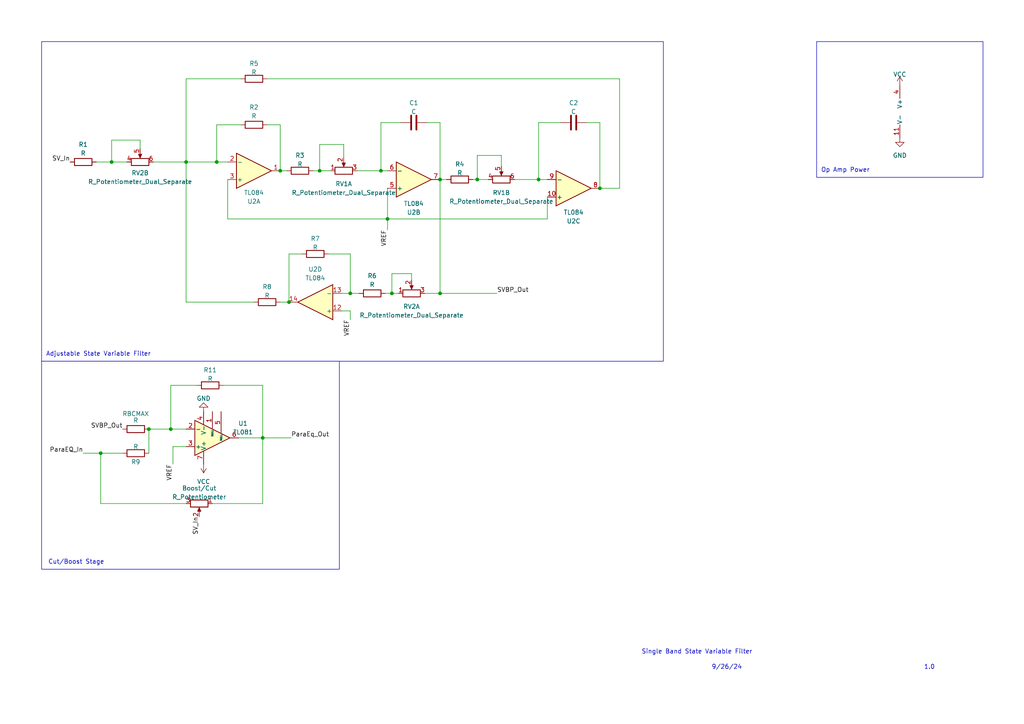
<source format=kicad_sch>
(kicad_sch (version 20230121) (generator eeschema)
  (paper "A4")
  (lib_symbols
    (symbol "Amplifier_Operational:TL081" (pin_names (offset 0.127))
      (property "Reference" "U" (at 0 6.35 0))
      (property "Value" "TL081" (at 0 3.81 0))
      (symbol "TL081_0_1"
        (polyline (pts (xy -5.08 5.08) (xy 5.08 0) (xy -5.08 -5.08) (xy -5.08 5.08)) (stroke (width 0.254)) (fill (type background)))
      )
      (symbol "TL081_1_1"
        (pin input line (at 0 -7.62 90) (length 5.08) (name "NULL") (number "1"))
        (pin input line (at -7.62 -2.54 0) (length 2.54) (name "-") (number "2"))
        (pin input line (at -7.62 2.54 0) (length 2.54) (name "+") (number "3"))
        (pin power_in line (at -2.54 -7.62 90) (length 3.81) (name "V-") (number "4"))
        (pin input line (at 2.54 -7.62 90) (length 6.35) (name "NULL") (number "5"))
        (pin output line (at 7.62 0 180) (length 2.54) (name "~") (number "6"))
        (pin power_in line (at -2.54 7.62 270) (length 3.81) (name "V+") (number "7"))
        (pin no_connect line (at 0 2.54 270) (length 2.54) hide (name "NC") (number "8"))
      )
    )
    (symbol "Amplifier_Operational:TL084" (pin_names (offset 0.127))
      (property "Reference" "U" (at 0 5.08 0))
      (property "Value" "TL084" (at 0 -5.08 0))
      (symbol "TL084_1_1"
        (polyline (pts (xy -5.08 5.08) (xy 5.08 0) (xy -5.08 -5.08) (xy -5.08 5.08)) (stroke (width 0.254)) (fill (type background)))
        (pin output line (at 7.62 0 180) (length 2.54) (name "~") (number "1"))
        (pin input line (at -7.62 -2.54 0) (length 2.54) (name "-") (number "2"))
        (pin input line (at -7.62 2.54 0) (length 2.54) (name "+") (number "3"))
      )
      (symbol "TL084_2_1"
        (polyline (pts (xy -5.08 5.08) (xy 5.08 0) (xy -5.08 -5.08) (xy -5.08 5.08)) (stroke (width 0.254)) (fill (type background)))
        (pin input line (at -7.62 2.54 0) (length 2.54) (name "+") (number "5"))
        (pin input line (at -7.62 -2.54 0) (length 2.54) (name "-") (number "6"))
        (pin output line (at 7.62 0 180) (length 2.54) (name "~") (number "7"))
      )
      (symbol "TL084_3_1"
        (polyline (pts (xy -5.08 5.08) (xy 5.08 0) (xy -5.08 -5.08) (xy -5.08 5.08)) (stroke (width 0.254)) (fill (type background)))
        (pin input line (at -7.62 2.54 0) (length 2.54) (name "+") (number "10"))
        (pin output line (at 7.62 0 180) (length 2.54) (name "~") (number "8"))
        (pin input line (at -7.62 -2.54 0) (length 2.54) (name "-") (number "9"))
      )
      (symbol "TL084_4_1"
        (polyline (pts (xy -5.08 5.08) (xy 5.08 0) (xy -5.08 -5.08) (xy -5.08 5.08)) (stroke (width 0.254)) (fill (type background)))
        (pin input line (at -7.62 2.54 0) (length 2.54) (name "+") (number "12"))
        (pin input line (at -7.62 -2.54 0) (length 2.54) (name "-") (number "13"))
        (pin output line (at 7.62 0 180) (length 2.54) (name "~") (number "14"))
      )
      (symbol "TL084_5_1"
        (pin power_in line (at -2.54 -7.62 90) (length 3.81) (name "V-") (number "11"))
        (pin power_in line (at -2.54 7.62 270) (length 3.81) (name "V+") (number "4"))
      )
    )
    (symbol "Device:C" (pin_numbers hide) (pin_names (offset 0.254))
      (property "Reference" "C" (at 0.635 2.54 0))
      (property "Value" "C" (at 0.635 -2.54 0))
      (symbol "C_0_1"
        (polyline (pts (xy -2.032 -0.762) (xy 2.032 -0.762)) (stroke (width 0.508)))
        (polyline (pts (xy -2.032 0.762) (xy 2.032 0.762)) (stroke (width 0.508)))
      )
      (symbol "C_1_1"
        (pin passive line (at 0 3.81 270) (length 2.794) (name "~") (number "1"))
        (pin passive line (at 0 -3.81 90) (length 2.794) (name "~") (number "2"))
      )
    )
    (symbol "Device:R" (pin_numbers hide) (pin_names (offset 0))
      (property "Reference" "R" (at 2.032 0 90))
      (property "Value" "R" (at 0 0 90))
      (symbol "R_0_1"
        (rectangle (start -1.016 -2.54) (end 1.016 2.54) (stroke (width 0.254)))
      )
      (symbol "R_1_1"
        (pin passive line (at 0 3.81 270) (length 1.27) (name "~") (number "1"))
        (pin passive line (at 0 -3.81 90) (length 1.27) (name "~") (number "2"))
      )
    )
    (symbol "Device:R_Potentiometer" (pin_names (offset 1.016) hide)
      (property "Reference" "RV" (at -4.445 0 90))
      (property "Value" "R_Potentiometer" (at -2.54 0 90))
      (symbol "R_Potentiometer_0_1"
        (polyline (pts (xy 2.54 0) (xy 1.524 0)))
        (polyline (pts (xy 1.143 0) (xy 2.286 0.508) (xy 2.286 -0.508) (xy 1.143 0)) (fill (type outline)))
        (rectangle (start 1.016 2.54) (end -1.016 -2.54) (stroke (width 0.254)))
      )
      (symbol "R_Potentiometer_1_1"
        (pin passive line (at 0 3.81 270) (length 1.27) (name "1") (number "1"))
        (pin passive line (at 3.81 0 180) (length 1.27) (name "2") (number "2"))
        (pin passive line (at 0 -3.81 90) (length 1.27) (name "3") (number "3"))
      )
    )
    (symbol "Device:R_Potentiometer_Dual_Separate" (pin_names (offset 1.016) hide)
      (property "Reference" "RV" (at -4.445 0 90))
      (property "Value" "R_Potentiometer_Dual_Separate" (at -2.54 0 90))
      (symbol "R_Potentiometer_Dual_Separate_0_1"
        (polyline (pts (xy 2.54 0) (xy 1.524 0)))
        (polyline (pts (xy 1.143 0) (xy 2.286 0.508) (xy 2.286 -0.508) (xy 1.143 0)) (fill (type outline)))
        (rectangle (start 1.016 2.54) (end -1.016 -2.54) (stroke (width 0.254)))
      )
      (symbol "R_Potentiometer_Dual_Separate_1_1"
        (pin passive line (at 0 3.81 270) (length 1.27) (name "1") (number "1"))
        (pin passive line (at 3.81 0 180) (length 1.27) (name "2") (number "2"))
        (pin passive line (at 0 -3.81 90) (length 1.27) (name "3") (number "3"))
      )
      (symbol "R_Potentiometer_Dual_Separate_2_1"
        (pin passive line (at 0 3.81 270) (length 1.27) (name "4") (number "4"))
        (pin passive line (at 3.81 0 180) (length 1.27) (name "5") (number "5"))
        (pin passive line (at 0 -3.81 90) (length 1.27) (name "6") (number "6"))
      )
    )
    (symbol "power:GND" (power) (pin_names (offset 0))
      (property "Value" "GND" (at 0 -3.81 0))
      (symbol "GND_0_1"
        (polyline (pts (xy 0 0) (xy 0 -1.27) (xy 1.27 -1.27) (xy 0 -2.54) (xy -1.27 -1.27) (xy 0 -1.27)))
      )
      (symbol "GND_1_1"
        (pin power_in line (at 0 0 270) (length 0) hide (name "GND") (number "1"))
      )
    )
    (symbol "power:VCC" (power) (pin_names (offset 0))
      (property "Value" "VCC" (at 0 3.81 0))
      (symbol "VCC_0_1"
        (polyline (pts (xy -0.762 1.27) (xy 0 2.54)))
        (polyline (pts (xy 0 0) (xy 0 2.54)))
        (polyline (pts (xy 0 2.54) (xy 0.762 1.27)))
      )
      (symbol "VCC_1_1"
        (pin power_in line (at 0 0 90) (length 0) hide (name "VCC") (number "1"))
      )
    )
  )
  (junction (at 53.975 46.99))
  (junction (at 173.99 54.61))
  (junction (at 113.665 85.09))
  (junction (at 127.635 85.09))
  (junction (at 127.635 52.07))
  (junction (at 138.43 52.07))
  (junction (at 156.21 52.07))
  (junction (at 76.2 127))
  (junction (at 110.49 49.53))
  (junction (at 92.71 49.53))
  (junction (at 32.385 46.99))
  (junction (at 83.82 87.63))
  (junction (at 81.28 49.53))
  (junction (at 101.6 85.09))
  (junction (at 62.865 46.99))
  (junction (at 29.21 131.445))
  (junction (at 49.53 124.46))
  (junction (at 112.395 63.5))
  (junction (at 43.18 124.46))
  (wire (pts (xy 66.04 63.5) (xy 112.395 63.5)))
  (wire (pts (xy 99.06 90.17) (xy 101.6 90.17)))
  (wire (pts (xy 66.04 52.07) (xy 66.04 63.5)))
  (wire (pts (xy 77.47 22.86) (xy 179.705 22.86)))
  (wire (pts (xy 138.43 45.085) (xy 145.415 45.085)))
  (wire (pts (xy 99.695 41.91) (xy 92.71 41.91)))
  (wire (pts (xy 112.395 63.5) (xy 112.395 66.675)))
  (wire (pts (xy 101.6 73.66) (xy 95.25 73.66)))
  (wire (pts (xy 53.975 46.99) (xy 62.865 46.99)))
  (wire (pts (xy 110.49 49.53) (xy 112.395 49.53)))
  (wire (pts (xy 40.64 43.18) (xy 40.64 40.64)))
  (wire (pts (xy 83.185 49.53) (xy 81.28 49.53)))
  (wire (pts (xy 127.635 52.07) (xy 127.635 85.09)))
  (wire (pts (xy 50.165 134.62) (xy 50.165 129.54)))
  (wire (pts (xy 43.18 124.46) (xy 43.18 131.445)))
  (wire (pts (xy 43.18 124.46) (xy 49.53 124.46)))
  (wire (pts (xy 29.21 131.445) (xy 35.56 131.445)))
  (wire (pts (xy 101.6 85.09) (xy 101.6 73.66)))
  (wire (pts (xy 173.99 35.56) (xy 173.99 54.61)))
  (wire (pts (xy 90.805 49.53) (xy 92.71 49.53)))
  (wire (pts (xy 27.94 46.99) (xy 32.385 46.99)))
  (wire (pts (xy 113.665 79.375) (xy 113.665 85.09)))
  (wire (pts (xy 92.71 49.53) (xy 95.885 49.53)))
  (wire (pts (xy 170.18 35.56) (xy 173.99 35.56)))
  (wire (pts (xy 87.63 73.66) (xy 83.82 73.66)))
  (wire (pts (xy 62.865 36.195) (xy 69.85 36.195)))
  (wire (pts (xy 69.85 22.86) (xy 53.975 22.86)))
  (wire (pts (xy 40.64 40.64) (xy 32.385 40.64)))
  (wire (pts (xy 61.595 146.05) (xy 76.2 146.05)))
  (wire (pts (xy 101.6 90.17) (xy 101.6 92.71)))
  (wire (pts (xy 49.53 124.46) (xy 53.975 124.46)))
  (wire (pts (xy 123.19 85.09) (xy 127.635 85.09)))
  (wire (pts (xy 112.395 63.5) (xy 158.75 63.5)))
  (wire (pts (xy 76.2 146.05) (xy 76.2 127)))
  (wire (pts (xy 129.54 52.07) (xy 127.635 52.07)))
  (wire (pts (xy 111.76 85.09) (xy 113.665 85.09)))
  (wire (pts (xy 119.38 79.375) (xy 113.665 79.375)))
  (wire (pts (xy 92.71 41.91) (xy 92.71 49.53)))
  (wire (pts (xy 156.21 52.07) (xy 156.21 35.56)))
  (wire (pts (xy 32.385 40.64) (xy 32.385 46.99)))
  (wire (pts (xy 127.635 35.56) (xy 127.635 52.07)))
  (wire (pts (xy 64.77 111.76) (xy 76.2 111.76)))
  (wire (pts (xy 32.385 46.99) (xy 36.83 46.99)))
  (wire (pts (xy 103.505 49.53) (xy 110.49 49.53)))
  (wire (pts (xy 76.2 111.76) (xy 76.2 127)))
  (wire (pts (xy 81.28 36.195) (xy 81.28 49.53)))
  (wire (pts (xy 49.53 124.46) (xy 49.53 111.76)))
  (wire (pts (xy 62.865 46.99) (xy 62.865 36.195)))
  (wire (pts (xy 49.53 111.76) (xy 57.15 111.76)))
  (wire (pts (xy 119.38 81.28) (xy 119.38 79.375)))
  (wire (pts (xy 156.21 52.07) (xy 158.75 52.07)))
  (wire (pts (xy 77.47 36.195) (xy 81.28 36.195)))
  (wire (pts (xy 53.975 22.86) (xy 53.975 46.99)))
  (wire (pts (xy 110.49 35.56) (xy 116.205 35.56)))
  (wire (pts (xy 149.225 52.07) (xy 156.21 52.07)))
  (wire (pts (xy 29.21 146.05) (xy 29.21 131.445)))
  (wire (pts (xy 173.99 54.61) (xy 179.705 54.61)))
  (wire (pts (xy 123.825 35.56) (xy 127.635 35.56)))
  (wire (pts (xy 99.695 45.72) (xy 99.695 41.91)))
  (wire (pts (xy 112.395 54.61) (xy 112.395 63.5)))
  (wire (pts (xy 156.21 35.56) (xy 162.56 35.56)))
  (wire (pts (xy 158.75 63.5) (xy 158.75 57.15)))
  (wire (pts (xy 99.06 85.09) (xy 101.6 85.09)))
  (wire (pts (xy 69.215 127) (xy 76.2 127)))
  (wire (pts (xy 50.165 129.54) (xy 53.975 129.54)))
  (wire (pts (xy 138.43 52.07) (xy 138.43 45.085)))
  (wire (pts (xy 113.665 85.09) (xy 115.57 85.09)))
  (wire (pts (xy 81.28 87.63) (xy 83.82 87.63)))
  (wire (pts (xy 83.82 73.66) (xy 83.82 87.63)))
  (wire (pts (xy 53.975 146.05) (xy 29.21 146.05)))
  (wire (pts (xy 76.2 127) (xy 84.455 127)))
  (wire (pts (xy 73.66 87.63) (xy 53.975 87.63)))
  (wire (pts (xy 101.6 85.09) (xy 104.14 85.09)))
  (wire (pts (xy 138.43 52.07) (xy 141.605 52.07)))
  (wire (pts (xy 179.705 54.61) (xy 179.705 22.86)))
  (wire (pts (xy 127.635 85.09) (xy 144.145 85.09)))
  (wire (pts (xy 62.865 46.99) (xy 66.04 46.99)))
  (wire (pts (xy 44.45 46.99) (xy 53.975 46.99)))
  (wire (pts (xy 24.13 131.445) (xy 29.21 131.445)))
  (wire (pts (xy 53.975 87.63) (xy 53.975 46.99)))
  (wire (pts (xy 137.16 52.07) (xy 138.43 52.07)))
  (wire (pts (xy 110.49 35.56) (xy 110.49 49.53)))
  (wire (pts (xy 145.415 45.085) (xy 145.415 48.26)))
  (rectangle (start 12.065 12.065) (end 192.405 104.775))
  (rectangle (start 236.855 12.065) (end 285.115 51.435))
  (rectangle (start 12.065 104.775) (end 98.425 165.1))
  (text "Single Band State Variable Filter\n" (at 186.055 189.865 0) (effects (font (size 1.27 1.27)) (justify left bottom)))
  (text "1.0\n" (at 267.97 194.31 0) (effects (font (size 1.27 1.27)) (justify left bottom)))
  (text "9/26/24" (at 206.375 194.31 0) (effects (font (size 1.27 1.27)) (justify left bottom)))
  (text "Op Amp Power" (at 238.125 50.165 0) (effects (font (size 1.27 1.27)) (justify left bottom)))
  (text "Adjustable State Variable Filter\n" (at 13.335 103.505 0) (effects (font (size 1.27 1.27)) (justify left bottom)))
  (text "Cut/Boost Stage\n" (at 13.97 163.83 0) (effects (font (size 1.27 1.27)) (justify left bottom)))
  (label "ParaEq_Out" (at 84.455 127 0))
  (label "SVBP_Out" (at 35.56 124.46 180))
  (label "SV_In" (at 20.32 46.99 180))
  (label "VREF" (at 101.6 92.71 270))
  (label "VREF" (at 50.165 134.62 270))
  (label "SV_In" (at 57.785 149.86 270))
  (label "ParaEQ_In" (at 24.13 131.445 180))
  (label "SVBP_Out" (at 144.145 85.09 0))
  (label "VREF" (at 112.395 66.675 270))
  (symbol (lib_id "Amplifier_Operational:TL084") (at 263.525 32.385 0) (unit 5)
    (property "Reference" "U2" (effects hide))
    (property "Value" "TL084" (effects hide))
    (property "Datasheet" "http://www.ti.com/lit/ds/symlink/tl081.pdf" (effects hide))
  )
  (symbol (lib_id "Device:R_Potentiometer_Dual_Separate") (at 99.695 49.53 90) (unit 1)
    (property "Reference" "RV1" (at 99.695 53.34 90))
    (property "Value" "R_Potentiometer_Dual_Separate" (at 99.695 55.88 90))
  )
  (symbol (lib_id "Device:R_Potentiometer_Dual_Separate") (at 40.64 46.99 90) (unit 2)
    (property "Reference" "RV2" (at 40.64 50.165 90))
    (property "Value" "R_Potentiometer_Dual_Separate" (at 40.64 52.705 90))
  )
  (symbol (lib_id "Device:R") (at 39.37 124.46 90) (unit 1)
    (property "Reference" "RBCMAX" (at 39.37 120.015 90))
    (property "Value" "R" (at 39.37 121.92 90))
  )
  (symbol (lib_id "Device:R_Potentiometer") (at 57.785 146.05 270) (unit 1)
    (property "Reference" "Boost/Cut" (at 57.785 141.605 90))
    (property "Value" "R_Potentiometer" (at 57.785 144.145 90))
  )
  (symbol (lib_id "Device:C") (at 166.37 35.56 90) (unit 1)
    (property "Reference" "C2" (at 166.37 29.845 90))
    (property "Value" "C" (at 166.37 32.385 90))
  )
  (symbol (lib_id "Device:R") (at 39.37 131.445 90) (unit 1)
    (property "Reference" "R9" (at 39.37 133.985 90))
    (property "Value" "R" (at 39.37 129.54 90))
  )
  (symbol (lib_id "Amplifier_Operational:TL084") (at 166.37 54.61 0) (mirror x) (unit 3)
    (property "Reference" "U2" (at 166.37 64.135 0))
    (property "Value" "TL084" (at 166.37 61.595 0))
    (property "Datasheet" "http://www.ti.com/lit/ds/symlink/tl081.pdf" (effects hide))
  )
  (symbol (lib_id "Device:R") (at 77.47 87.63 90) (unit 1)
    (property "Reference" "R8" (at 77.47 83.185 90))
    (property "Value" "R" (at 77.47 85.725 90))
  )
  (symbol (lib_id "Amplifier_Operational:TL084") (at 120.015 52.07 0) (mirror x) (unit 2)
    (property "Reference" "U2" (at 120.015 61.595 0))
    (property "Value" "TL084" (at 120.015 59.055 0))
    (property "Datasheet" "http://www.ti.com/lit/ds/symlink/tl081.pdf" (effects hide))
  )
  (symbol (lib_id "Device:R") (at 73.66 36.195 90) (unit 1)
    (property "Reference" "R2" (at 73.66 31.115 90))
    (property "Value" "R" (at 73.66 33.655 90))
  )
  (symbol (lib_id "Device:R_Potentiometer_Dual_Separate") (at 119.38 85.09 90) (unit 1)
    (property "Reference" "RV2" (at 119.38 88.9 90))
    (property "Value" "R_Potentiometer_Dual_Separate" (at 119.38 91.44 90))
  )
  (symbol (lib_id "Device:C") (at 120.015 35.56 270) (unit 1)
    (property "Reference" "C1" (at 120.015 29.845 90))
    (property "Value" "C" (at 120.015 32.385 90))
  )
  (symbol (lib_id "Device:R") (at 91.44 73.66 90) (unit 1)
    (property "Reference" "R7" (at 91.44 69.215 90))
    (property "Value" "R" (at 91.44 71.755 90))
  )
  (symbol (lib_id "Device:R_Potentiometer_Dual_Separate") (at 145.415 52.07 90) (unit 2)
    (property "Reference" "RV1" (at 145.415 55.88 90))
    (property "Value" "R_Potentiometer_Dual_Separate" (at 145.415 58.42 90))
  )
  (symbol (lib_id "power:VCC") (at 59.055 134.62 180) (unit 1)
    (property "Reference" "#PWR02" (effects hide))
    (property "Value" "VCC" (at 59.055 139.7 0))
  )
  (symbol (lib_id "Device:R") (at 133.35 52.07 90) (unit 1)
    (property "Reference" "R4" (at 133.35 47.625 90))
    (property "Value" "R" (at 133.35 50.165 90))
  )
  (symbol (lib_id "Device:R") (at 86.995 49.53 90) (unit 1)
    (property "Reference" "R3" (at 86.995 45.085 90))
    (property "Value" "R" (at 86.995 47.625 90))
  )
  (symbol (lib_id "power:VCC") (at 260.985 24.765 0) (unit 1)
    (property "Reference" "#PWR01" (effects hide))
    (property "Value" "VCC" (at 260.985 21.59 0))
  )
  (symbol (lib_id "Amplifier_Operational:TL084") (at 73.66 49.53 0) (mirror x) (unit 1)
    (property "Reference" "U2" (at 73.66 58.42 0))
    (property "Value" "TL084" (at 73.66 55.88 0))
    (property "Datasheet" "http://www.ti.com/lit/ds/symlink/tl081.pdf" (effects hide))
  )
  (symbol (lib_id "Device:R") (at 73.66 22.86 90) (unit 1)
    (property "Reference" "R5" (at 73.66 18.415 90))
    (property "Value" "R" (at 73.66 20.955 90))
  )
  (symbol (lib_id "Amplifier_Operational:TL084") (at 91.44 87.63 180) (unit 4)
    (property "Reference" "U2" (at 91.44 78.105 0))
    (property "Value" "TL084" (at 91.44 80.645 0))
    (property "Datasheet" "http://www.ti.com/lit/ds/symlink/tl081.pdf" (effects hide))
  )
  (symbol (lib_id "power:GND") (at 260.985 40.005 0) (unit 1)
    (property "Reference" "#PWR08" (effects hide))
    (property "Value" "GND" (at 260.985 45.085 0))
  )
  (symbol (lib_id "Device:R") (at 60.96 111.76 90) (unit 1)
    (property "Reference" "R11" (at 60.96 107.315 90))
    (property "Value" "R" (at 60.96 109.855 90))
  )
  (symbol (lib_id "Device:R") (at 107.95 85.09 90) (unit 1)
    (property "Reference" "R6" (at 107.95 80.01 90))
    (property "Value" "R" (at 107.95 82.55 90))
  )
  (symbol (lib_id "Device:R") (at 24.13 46.99 90) (unit 1)
    (property "Reference" "R1" (at 24.13 41.91 90))
    (property "Value" "R" (at 24.13 44.45 90))
  )
  (symbol (lib_id "power:GND") (at 59.055 119.38 180) (unit 1)
    (property "Reference" "#PWR05" (effects hide))
    (property "Value" "GND" (at 59.055 115.57 0))
  )
  (symbol (lib_id "Amplifier_Operational:TL081") (at 61.595 127 0) (mirror x) (unit 1)
    (property "Reference" "U1" (at 70.485 122.8089 0))
    (property "Value" "TL081" (at 70.485 125.3489 0))
    (property "Datasheet" "http://www.ti.com/lit/ds/symlink/tl081.pdf" (effects hide))
  )
)
</source>
